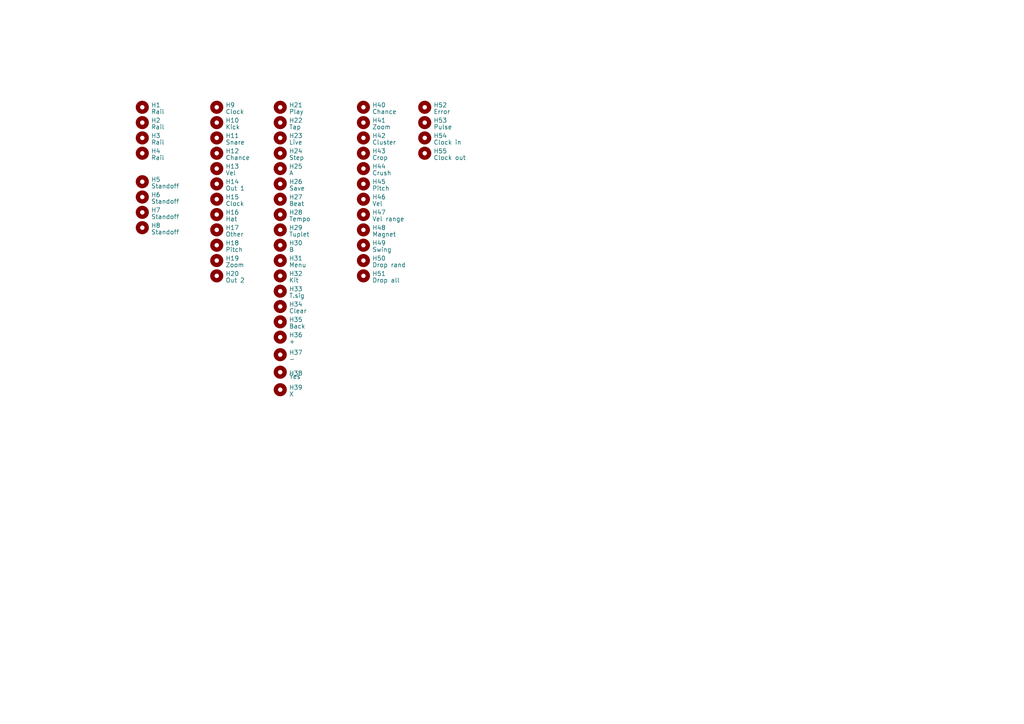
<source format=kicad_sch>
(kicad_sch (version 20230121) (generator eeschema)
  (paper "A4")
  (lib_symbols
    (symbol "Mechanical:MountingHole" (pin_names (offset 1.016))
      (property "Reference" "H" (at 0 5.08 0))
      (property "Value" "MountingHole" (at 0 3.175 0))
      (symbol "MountingHole_0_1"
        (circle (center 0 0) (radius 1.27) (stroke (width 1.27)))
      )
    )
  )
  (symbol (lib_id "Mechanical:MountingHole") (at 41.275 61.595 0) (unit 1)
    (property "Reference" "H7" (at 43.815 60.9513 0) (effects (justify left)))
    (property "Value" "Standoff" (at 43.815 62.8723 0) (effects (justify left)))
    (property "Footprint" "Panel:MountingHole_3.2mm_M3" (effects hide))
  )
  (symbol (lib_id "Mechanical:MountingHole") (at 105.41 35.56 0) (unit 1)
    (property "Reference" "H41" (at 107.95 34.9163 0) (effects (justify left)))
    (property "Value" "Zoom" (at 107.95 36.8373 0) (effects (justify left)))
    (property "Footprint" "Panel:Pot_Hole" (effects hide))
  )
  (symbol (lib_id "Mechanical:MountingHole") (at 81.28 88.9 0) (unit 1)
    (property "Reference" "H34" (at 83.82 88.2563 0) (effects (justify left)))
    (property "Value" "Clear" (at 83.82 90.1773 0) (effects (justify left)))
    (property "Footprint" "Panel:Button_Hole" (effects hide))
  )
  (symbol (lib_id "Mechanical:MountingHole") (at 41.275 52.705 0) (unit 1)
    (property "Reference" "H5" (at 43.815 52.0613 0) (effects (justify left)))
    (property "Value" "Standoff" (at 43.815 53.9823 0) (effects (justify left)))
    (property "Footprint" "Panel:MountingHole_3.2mm_M3" (effects hide))
  )
  (symbol (lib_id "Mechanical:MountingHole") (at 81.28 40.005 0) (unit 1)
    (property "Reference" "H23" (at 83.82 39.3613 0) (effects (justify left)))
    (property "Value" "Live" (at 83.82 41.2823 0) (effects (justify left)))
    (property "Footprint" "Panel:Button_Hole" (effects hide))
  )
  (symbol (lib_id "Mechanical:MountingHole") (at 81.28 93.345 0) (unit 1)
    (property "Reference" "H35" (at 83.82 92.7013 0) (effects (justify left)))
    (property "Value" "Back" (at 83.82 94.6223 0) (effects (justify left)))
    (property "Footprint" "Panel:Button_Hole" (effects hide))
  )
  (symbol (lib_id "Mechanical:MountingHole") (at 105.41 80.01 0) (unit 1)
    (property "Reference" "H51" (at 107.95 79.3663 0) (effects (justify left)))
    (property "Value" "Drop all" (at 107.95 81.2873 0) (effects (justify left)))
    (property "Footprint" "Panel:Pot_Hole" (effects hide))
  )
  (symbol (lib_id "Mechanical:MountingHole") (at 81.28 48.895 0) (unit 1)
    (property "Reference" "H25" (at 83.82 48.2513 0) (effects (justify left)))
    (property "Value" "A" (at 83.82 50.1723 0) (effects (justify left)))
    (property "Footprint" "Panel:Button_Hole" (effects hide))
  )
  (symbol (lib_id "Mechanical:MountingHole") (at 81.28 80.01 0) (unit 1)
    (property "Reference" "H32" (at 83.82 79.3663 0) (effects (justify left)))
    (property "Value" "Kit" (at 83.82 81.2873 0) (effects (justify left)))
    (property "Footprint" "Panel:Button_Hole" (effects hide))
  )
  (symbol (lib_id "Mechanical:MountingHole") (at 41.275 40.005 0) (unit 1)
    (property "Reference" "H3" (at 43.815 39.3613 0) (effects (justify left)))
    (property "Value" "Rail" (at 43.815 41.2823 0) (effects (justify left)))
    (property "Footprint" "Panel:MountingHole_3.2mm_M3" (effects hide))
  )
  (symbol (lib_id "Mechanical:MountingHole") (at 105.41 62.23 0) (unit 1)
    (property "Reference" "H47" (at 107.95 61.5863 0) (effects (justify left)))
    (property "Value" "Vel range" (at 107.95 63.5073 0) (effects (justify left)))
    (property "Footprint" "Panel:Pot_Hole" (effects hide))
  )
  (symbol (lib_id "Mechanical:MountingHole") (at 81.28 35.56 0) (unit 1)
    (property "Reference" "H22" (at 83.82 34.9163 0) (effects (justify left)))
    (property "Value" "Tap" (at 83.82 36.8373 0) (effects (justify left)))
    (property "Footprint" "Panel:Button_Hole" (effects hide))
  )
  (symbol (lib_id "Mechanical:MountingHole") (at 81.28 44.45 0) (unit 1)
    (property "Reference" "H24" (at 83.82 43.8063 0) (effects (justify left)))
    (property "Value" "Step" (at 83.82 45.7273 0) (effects (justify left)))
    (property "Footprint" "Panel:Button_Hole" (effects hide))
  )
  (symbol (lib_id "Mechanical:MountingHole") (at 81.28 113.03 0) (unit 1)
    (property "Reference" "H39" (at 83.82 112.3863 0) (effects (justify left)))
    (property "Value" "X" (at 83.82 114.3073 0) (effects (justify left)))
    (property "Footprint" "Panel:Button_Hole" (effects hide))
  )
  (symbol (lib_id "Mechanical:MountingHole") (at 62.865 44.45 0) (unit 1)
    (property "Reference" "H12" (at 65.405 43.8063 0) (effects (justify left)))
    (property "Value" "Chance" (at 65.405 45.7273 0) (effects (justify left)))
    (property "Footprint" "Panel:Input_Jack_Hole" (effects hide))
  )
  (symbol (lib_id "Mechanical:MountingHole") (at 62.865 62.23 0) (unit 1)
    (property "Reference" "H16" (at 65.405 61.5863 0) (effects (justify left)))
    (property "Value" "Hat" (at 65.405 63.5073 0) (effects (justify left)))
    (property "Footprint" "Panel:Output_Jack_Hole" (effects hide))
  )
  (symbol (lib_id "Mechanical:MountingHole") (at 62.865 53.34 0) (unit 1)
    (property "Reference" "H14" (at 65.405 52.6963 0) (effects (justify left)))
    (property "Value" "Out 1" (at 65.405 54.6173 0) (effects (justify left)))
    (property "Footprint" "Panel:Output_Jack_Hole" (effects hide))
  )
  (symbol (lib_id "Mechanical:MountingHole") (at 81.28 97.79 0) (unit 1)
    (property "Reference" "H36" (at 83.82 97.1463 0) (effects (justify left)))
    (property "Value" "+" (at 83.82 99.0673 0) (effects (justify left)))
    (property "Footprint" "Panel:Button_Hole" (effects hide))
  )
  (symbol (lib_id "Mechanical:MountingHole") (at 81.28 75.565 0) (unit 1)
    (property "Reference" "H31" (at 83.82 74.9213 0) (effects (justify left)))
    (property "Value" "Menu" (at 83.82 76.8423 0) (effects (justify left)))
    (property "Footprint" "Panel:Button_Hole" (effects hide))
  )
  (symbol (lib_id "Mechanical:MountingHole") (at 123.19 40.005 0) (unit 1)
    (property "Reference" "H54" (at 125.73 39.3613 0) (effects (justify left)))
    (property "Value" "Clock in" (at 125.73 41.2823 0) (effects (justify left)))
    (property "Footprint" "Panel:LED_Hole" (effects hide))
  )
  (symbol (lib_id "Mechanical:MountingHole") (at 81.28 62.23 0) (unit 1)
    (property "Reference" "H28" (at 83.82 61.5863 0) (effects (justify left)))
    (property "Value" "Tempo" (at 83.82 63.5073 0) (effects (justify left)))
    (property "Footprint" "Panel:Button_Hole" (effects hide))
  )
  (symbol (lib_id "Mechanical:MountingHole") (at 105.41 57.785 0) (unit 1)
    (property "Reference" "H46" (at 107.95 57.1413 0) (effects (justify left)))
    (property "Value" "Vel" (at 107.95 59.0623 0) (effects (justify left)))
    (property "Footprint" "Panel:Pot_Hole" (effects hide))
  )
  (symbol (lib_id "Mechanical:MountingHole") (at 105.41 48.895 0) (unit 1)
    (property "Reference" "H44" (at 107.95 48.2513 0) (effects (justify left)))
    (property "Value" "Crush" (at 107.95 50.1723 0) (effects (justify left)))
    (property "Footprint" "Panel:Pot_Hole" (effects hide))
  )
  (symbol (lib_id "Mechanical:MountingHole") (at 81.28 57.785 0) (unit 1)
    (property "Reference" "H27" (at 83.82 57.1413 0) (effects (justify left)))
    (property "Value" "Beat" (at 83.82 59.0623 0) (effects (justify left)))
    (property "Footprint" "Panel:Button_Hole" (effects hide))
  )
  (symbol (lib_id "Mechanical:MountingHole") (at 105.41 31.115 0) (unit 1)
    (property "Reference" "H40" (at 107.95 30.4713 0) (effects (justify left)))
    (property "Value" "Chance" (at 107.95 32.3923 0) (effects (justify left)))
    (property "Footprint" "Panel:Pot_Hole" (effects hide))
  )
  (symbol (lib_id "Mechanical:MountingHole") (at 123.19 44.45 0) (unit 1)
    (property "Reference" "H55" (at 125.73 43.8063 0) (effects (justify left)))
    (property "Value" "Clock out" (at 125.73 45.7273 0) (effects (justify left)))
    (property "Footprint" "Panel:LED_Hole" (effects hide))
  )
  (symbol (lib_id "Mechanical:MountingHole") (at 62.865 31.115 0) (unit 1)
    (property "Reference" "H9" (at 65.405 30.4713 0) (effects (justify left)))
    (property "Value" "Clock" (at 65.405 32.3923 0) (effects (justify left)))
    (property "Footprint" "Panel:Input_Jack_Hole" (effects hide))
  )
  (symbol (lib_id "Mechanical:MountingHole") (at 41.275 66.04 0) (unit 1)
    (property "Reference" "H8" (at 43.815 65.3963 0) (effects (justify left)))
    (property "Value" "Standoff" (at 43.815 67.3173 0) (effects (justify left)))
    (property "Footprint" "Panel:MountingHole_3.2mm_M3" (effects hide))
  )
  (symbol (lib_id "Mechanical:MountingHole") (at 123.19 35.56 0) (unit 1)
    (property "Reference" "H53" (at 125.73 34.9163 0) (effects (justify left)))
    (property "Value" "Pulse" (at 125.73 36.8373 0) (effects (justify left)))
    (property "Footprint" "Panel:LED_Hole" (effects hide))
  )
  (symbol (lib_id "Mechanical:MountingHole") (at 81.28 66.675 0) (unit 1)
    (property "Reference" "H29" (at 83.82 66.0313 0) (effects (justify left)))
    (property "Value" "Tuplet" (at 83.82 67.9523 0) (effects (justify left)))
    (property "Footprint" "Panel:Button_Hole" (effects hide))
  )
  (symbol (lib_id "Mechanical:MountingHole") (at 105.41 44.45 0) (unit 1)
    (property "Reference" "H43" (at 107.95 43.8063 0) (effects (justify left)))
    (property "Value" "Crop" (at 107.95 45.7273 0) (effects (justify left)))
    (property "Footprint" "Panel:Pot_Hole" (effects hide))
  )
  (symbol (lib_id "Mechanical:MountingHole") (at 62.865 80.01 0) (unit 1)
    (property "Reference" "H20" (at 65.405 79.3663 0) (effects (justify left)))
    (property "Value" "Out 2" (at 65.405 81.2873 0) (effects (justify left)))
    (property "Footprint" "Panel:Output_Jack_Hole" (effects hide))
  )
  (symbol (lib_id "Mechanical:MountingHole") (at 41.275 35.56 0) (unit 1)
    (property "Reference" "H2" (at 43.815 34.9163 0) (effects (justify left)))
    (property "Value" "Rail" (at 43.815 36.8373 0) (effects (justify left)))
    (property "Footprint" "Panel:MountingHole_3.2mm_M3" (effects hide))
  )
  (symbol (lib_id "Mechanical:MountingHole") (at 81.28 53.34 0) (unit 1)
    (property "Reference" "H26" (at 83.82 52.6963 0) (effects (justify left)))
    (property "Value" "Save" (at 83.82 54.6173 0) (effects (justify left)))
    (property "Footprint" "Panel:Button_Hole" (effects hide))
  )
  (symbol (lib_id "Mechanical:MountingHole") (at 105.41 71.12 0) (unit 1)
    (property "Reference" "H49" (at 107.95 70.4763 0) (effects (justify left)))
    (property "Value" "Swing" (at 107.95 72.3973 0) (effects (justify left)))
    (property "Footprint" "Panel:Pot_Hole" (effects hide))
  )
  (symbol (lib_id "Mechanical:MountingHole") (at 62.865 71.12 0) (unit 1)
    (property "Reference" "H18" (at 65.405 70.4763 0) (effects (justify left)))
    (property "Value" "Pitch" (at 65.405 72.3973 0) (effects (justify left)))
    (property "Footprint" "Panel:Input_Jack_Hole" (effects hide))
  )
  (symbol (lib_id "Mechanical:MountingHole") (at 105.41 53.34 0) (unit 1)
    (property "Reference" "H45" (at 107.95 52.6963 0) (effects (justify left)))
    (property "Value" "Pitch" (at 107.95 54.6173 0) (effects (justify left)))
    (property "Footprint" "Panel:Pot_Hole" (effects hide))
  )
  (symbol (lib_id "Mechanical:MountingHole") (at 62.865 40.005 0) (unit 1)
    (property "Reference" "H11" (at 65.405 39.3613 0) (effects (justify left)))
    (property "Value" "Snare" (at 65.405 41.2823 0) (effects (justify left)))
    (property "Footprint" "Panel:Output_Jack_Hole" (effects hide))
  )
  (symbol (lib_id "Mechanical:MountingHole") (at 62.865 35.56 0) (unit 1)
    (property "Reference" "H10" (at 65.405 34.9163 0) (effects (justify left)))
    (property "Value" "Kick" (at 65.405 36.8373 0) (effects (justify left)))
    (property "Footprint" "Panel:Output_Jack_Hole" (effects hide))
  )
  (symbol (lib_id "Mechanical:MountingHole") (at 81.28 71.12 0) (unit 1)
    (property "Reference" "H30" (at 83.82 70.4763 0) (effects (justify left)))
    (property "Value" "B" (at 83.82 72.3973 0) (effects (justify left)))
    (property "Footprint" "Panel:Button_Hole" (effects hide))
  )
  (symbol (lib_id "Mechanical:MountingHole") (at 123.19 31.115 0) (unit 1)
    (property "Reference" "H52" (at 125.73 30.4713 0) (effects (justify left)))
    (property "Value" "Error" (at 125.73 32.3923 0) (effects (justify left)))
    (property "Footprint" "Panel:LED_Hole" (effects hide))
  )
  (symbol (lib_id "Mechanical:MountingHole") (at 62.865 75.565 0) (unit 1)
    (property "Reference" "H19" (at 65.405 74.9213 0) (effects (justify left)))
    (property "Value" "Zoom" (at 65.405 76.8423 0) (effects (justify left)))
    (property "Footprint" "Panel:Input_Jack_Hole" (effects hide))
  )
  (symbol (lib_id "Mechanical:MountingHole") (at 41.275 31.115 0) (unit 1)
    (property "Reference" "H1" (at 43.815 30.4713 0) (effects (justify left)))
    (property "Value" "Rail" (at 43.815 32.3923 0) (effects (justify left)))
    (property "Footprint" "Panel:MountingHole_3.2mm_M3" (effects hide))
  )
  (symbol (lib_id "Mechanical:MountingHole") (at 62.865 57.785 0) (unit 1)
    (property "Reference" "H15" (at 65.405 57.1413 0) (effects (justify left)))
    (property "Value" "Clock" (at 65.405 59.0623 0) (effects (justify left)))
    (property "Footprint" "Panel:Output_Jack_Hole" (effects hide))
  )
  (symbol (lib_id "Mechanical:MountingHole") (at 105.41 40.005 0) (unit 1)
    (property "Reference" "H42" (at 107.95 39.3613 0) (effects (justify left)))
    (property "Value" "Cluster" (at 107.95 41.2823 0) (effects (justify left)))
    (property "Footprint" "Panel:Pot_Hole" (effects hide))
  )
  (symbol (lib_id "Mechanical:MountingHole") (at 81.28 84.455 0) (unit 1)
    (property "Reference" "H33" (at 83.82 83.8113 0) (effects (justify left)))
    (property "Value" "T.sig" (at 83.82 85.7323 0) (effects (justify left)))
    (property "Footprint" "Panel:Button_Hole" (effects hide))
  )
  (symbol (lib_id "Mechanical:MountingHole") (at 41.275 57.15 0) (unit 1)
    (property "Reference" "H6" (at 43.815 56.5063 0) (effects (justify left)))
    (property "Value" "Standoff" (at 43.815 58.4273 0) (effects (justify left)))
    (property "Footprint" "Panel:MountingHole_3.2mm_M3" (effects hide))
  )
  (symbol (lib_id "Mechanical:MountingHole") (at 81.28 102.87 0) (unit 1)
    (property "Reference" "H37" (at 83.82 102.2263 0) (effects (justify left)))
    (property "Value" "-" (at 83.82 104.1473 0) (effects (justify left)))
    (property "Footprint" "Panel:Button_Hole" (effects hide))
  )
  (symbol (lib_id "Mechanical:MountingHole") (at 81.28 107.95 0) (unit 1)
    (property "Reference" "H38" (at 83.82 108.2668 0) (effects (justify left)))
    (property "Value" "Yes" (at 83.82 109.2273 0) (effects (justify left)))
    (property "Footprint" "Panel:Button_Hole" (effects hide))
  )
  (symbol (lib_id "Mechanical:MountingHole") (at 41.275 44.45 0) (unit 1)
    (property "Reference" "H4" (at 43.815 43.8063 0) (effects (justify left)))
    (property "Value" "Rail" (at 43.815 45.7273 0) (effects (justify left)))
    (property "Footprint" "Panel:MountingHole_3.2mm_M3" (effects hide))
  )
  (symbol (lib_id "Mechanical:MountingHole") (at 105.41 66.675 0) (unit 1)
    (property "Reference" "H48" (at 107.95 66.0313 0) (effects (justify left)))
    (property "Value" "Magnet" (at 107.95 67.9523 0) (effects (justify left)))
    (property "Footprint" "Panel:Pot_Hole" (effects hide))
  )
  (symbol (lib_id "Mechanical:MountingHole") (at 105.41 75.565 0) (unit 1)
    (property "Reference" "H50" (at 107.95 74.9213 0) (effects (justify left)))
    (property "Value" "Drop rand" (at 107.95 76.8423 0) (effects (justify left)))
    (property "Footprint" "Panel:Pot_Hole" (effects hide))
  )
  (symbol (lib_id "Mechanical:MountingHole") (at 62.865 66.675 0) (unit 1)
    (property "Reference" "H17" (at 65.405 66.0313 0) (effects (justify left)))
    (property "Value" "Other" (at 65.405 67.9523 0) (effects (justify left)))
    (property "Footprint" "Panel:Output_Jack_Hole" (effects hide))
  )
  (symbol (lib_id "Mechanical:MountingHole") (at 62.865 48.895 0) (unit 1)
    (property "Reference" "H13" (at 65.405 48.2513 0) (effects (justify left)))
    (property "Value" "Vel" (at 65.405 50.1723 0) (effects (justify left)))
    (property "Footprint" "Panel:Input_Jack_Hole" (effects hide))
  )
  (symbol (lib_id "Mechanical:MountingHole") (at 81.28 31.115 0) (unit 1)
    (property "Reference" "H21" (at 83.82 30.4713 0) (effects (justify left)))
    (property "Value" "Play" (at 83.82 32.3923 0) (effects (justify left)))
    (property "Footprint" "Panel:Button_Hole" (effects hide))
  )
)
</source>
